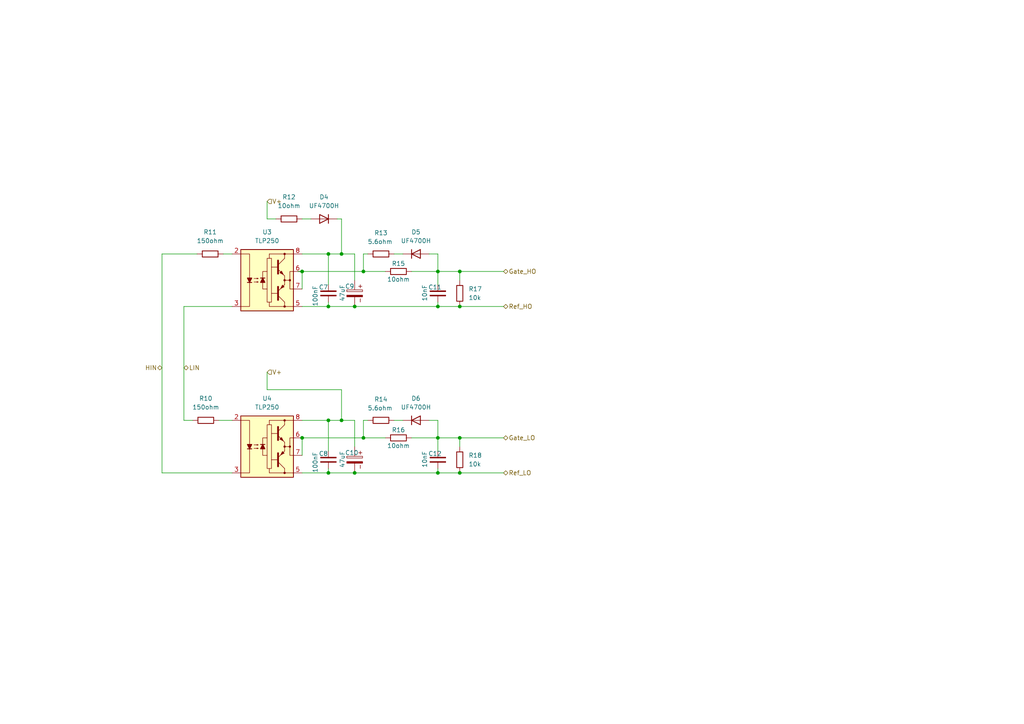
<source format=kicad_sch>
(kicad_sch (version 20250114) (generator "eeschema") (generator_version "9.0")
  (paper "A4")
  (lib_symbols
    (symbol "Device:D" (pin_numbers (hide yes)) (pin_names (offset 1.016) (hide yes))
      (property "Reference" "D" (at 0 2.54 0))
      (property "Value" "D" (at 0 -2.54 0))
      (symbol "D_0_1"
        (polyline (pts (xy -1.27 1.27) (xy -1.27 -1.27)) (stroke (width 0.254)))
        (polyline (pts (xy 1.27 1.27) (xy 1.27 -1.27) (xy -1.27 0) (xy 1.27 1.27)) (stroke (width 0.254)))
        (polyline (pts (xy 1.27 0) (xy -1.27 0)))
      )
      (symbol "D_1_1"
        (pin passive line (at -3.81 0 0) (length 2.54) (name "K") (number "1"))
        (pin passive line (at 3.81 0 180) (length 2.54) (name "A") (number "2"))
      )
    )
    (symbol "Diode:UF5400" (pin_numbers (hide yes)) (pin_names (hide yes))
      (property "Reference" "D" (at 0 2.54 0))
      (property "Value" "UF5400" (at 0 -2.54 0))
      (symbol "UF5400_0_1"
        (polyline (pts (xy -1.27 1.27) (xy -1.27 -1.27)) (stroke (width 0.254)))
        (polyline (pts (xy 1.27 1.27) (xy 1.27 -1.27) (xy -1.27 0) (xy 1.27 1.27)) (stroke (width 0.254)))
        (polyline (pts (xy 1.27 0) (xy -1.27 0)))
      )
      (symbol "UF5400_1_1"
        (pin passive line (at -3.81 0 0) (length 2.54) (name "K") (number "1"))
        (pin passive line (at 3.81 0 180) (length 2.54) (name "A") (number "2"))
      )
    )
    (symbol "Driver_FET:TLP250" (pin_names (hide yes))
      (property "Reference" "U" (at 0 12.7 0))
      (property "Value" "TLP250" (at 0 10.16 0))
      (symbol "TLP250_0_1"
        (rectangle (start -7.62 8.89) (end 7.62 -8.89) (stroke (width 0.254)) (fill (type background)))
        (polyline (pts (xy -7.62 7.62) (xy -5.08 7.62) (xy -5.08 -7.62) (xy -7.62 -7.62)))
        (polyline (pts (xy -5.715 -0.635) (xy -4.445 -0.635)) (stroke (width 0.254)))
        (polyline (pts (xy -5.08 -0.635) (xy -5.715 0.635) (xy -4.445 0.635) (xy -5.08 -0.635)) (stroke (width 0.254)) (fill (type outline)))
        (polyline (pts (xy -3.81 0.508) (xy -2.54 0.508) (xy -2.921 0.381) (xy -2.921 0.635) (xy -2.54 0.508)))
        (polyline (pts (xy -3.81 -0.508) (xy -2.54 -0.508) (xy -2.921 -0.635) (xy -2.921 -0.381) (xy -2.54 -0.508)))
        (polyline (pts (xy -1.27 0.635) (xy -1.27 2.54) (xy 0 2.54)))
        (polyline (pts (xy -1.27 0.635) (xy -0.635 -0.635) (xy -1.905 -0.635) (xy -1.27 0.635)) (stroke (width 0.254)) (fill (type outline)))
        (polyline (pts (xy -1.27 -0.635) (xy -1.27 -2.54) (xy 0 -2.54)))
        (polyline (pts (xy -0.635 0.635) (xy -1.905 0.635)) (stroke (width 0.254)))
        (rectangle (start 0.635 6.35) (end 0.635 7.62))
        (rectangle (start 0.635 6.35) (end 0.635 6.35))
        (polyline (pts (xy 0.635 -6.35) (xy 0.635 -7.62) (xy 7.62 -7.62)))
        (polyline (pts (xy 1.27 6.35) (xy 1.27 -6.35) (xy 0 -6.35) (xy 0 6.35) (xy 1.27 6.35)))
        (polyline (pts (xy 3.048 3.81) (xy 1.27 3.81)))
        (polyline (pts (xy 3.048 -3.81) (xy 1.27 -3.81)))
        (polyline (pts (xy 3.175 5.715) (xy 3.175 1.905) (xy 3.175 1.905)) (stroke (width 0.508)))
        (polyline (pts (xy 3.175 4.445) (xy 5.08 6.35)))
        (polyline (pts (xy 3.175 -4.445) (xy 5.08 -6.35)))
        (polyline (pts (xy 3.175 -5.715) (xy 3.175 -1.905) (xy 3.175 -1.905)) (stroke (width 0.508)))
        (polyline (pts (xy 3.683 2.159) (xy 4.191 2.667) (xy 4.699 1.651) (xy 3.683 2.159) (xy 3.683 2.159)) (fill (type outline)))
        (polyline (pts (xy 4.953 -1.905) (xy 4.445 -1.397) (xy 3.937 -2.413) (xy 4.953 -1.905) (xy 4.953 -1.905)) (fill (type outline)))
        (circle (center 5.08 7.62) (radius 0.254) (fill (type outline)))
        (polyline (pts (xy 5.08 6.35) (xy 5.08 7.62)))
        (polyline (pts (xy 5.08 1.27) (xy 3.175 3.175)) (fill (type outline)))
        (rectangle (start 5.08 1.27) (end 5.08 -1.27))
        (polyline (pts (xy 5.08 0) (xy 6.604 0)))
        (circle (center 5.08 0) (radius 0.254) (fill (type outline)))
        (polyline (pts (xy 5.08 -1.27) (xy 3.175 -3.175)) (fill (type outline)))
        (polyline (pts (xy 5.08 -6.35) (xy 5.08 -7.62)))
        (circle (center 5.08 -7.62) (radius 0.254) (fill (type outline)))
        (circle (center 6.604 0) (radius 0.254) (fill (type outline)))
        (polyline (pts (xy 7.62 7.62) (xy 0.635 7.62)))
        (polyline (pts (xy 7.62 2.54) (xy 6.604 2.54) (xy 6.604 -2.54) (xy 7.62 -2.54)))
      )
      (symbol "TLP250_1_1"
        (pin passive line (at -10.16 7.62 0) (length 2.54) (name "A") (number "2"))
        (pin passive line (at -10.16 -7.62 0) (length 2.54) (name "C") (number "3"))
        (pin no_connect line (at -7.62 2.54 0) (length 2.54) (hide yes) (name "NC") (number "1"))
        (pin no_connect line (at -7.62 -2.54 0) (length 2.54) (hide yes) (name "NC") (number "4"))
        (pin power_in line (at 10.16 7.62 180) (length 2.54) (name "VCC") (number "8"))
        (pin output line (at 10.16 2.54 180) (length 2.54) (name "VO") (number "6"))
        (pin output line (at 10.16 -2.54 180) (length 2.54) (name "VO") (number "7"))
        (pin power_in line (at 10.16 -7.62 180) (length 2.54) (name "VEE") (number "5"))
      )
    )
    (symbol "PCM_SL_Capacitors:100nF_Ceramic"
      (property "Reference" "C" (at 0 6.35 0))
      (property "Value" "100nF_Ceramic" (at 0 3.81 0))
      (symbol "100nF_Ceramic_0_1"
        (rectangle (start -0.762 2.286) (end -0.508 -2.286) (fill (type outline)))
        (rectangle (start 0.508 2.286) (end 0.762 -2.286) (fill (type outline)))
      )
      (symbol "100nF_Ceramic_1_1"
        (pin passive line (at -2.54 0 0) (length 2) (name "~") (number "1"))
        (pin input line (at 2.54 0 180) (length 2) (name "~") (number "2"))
      )
    )
    (symbol "PCM_SL_Capacitors:10nF_Ceramic"
      (property "Reference" "C" (at 0 6.35 0))
      (property "Value" "10nF_Ceramic" (at 0 3.81 0))
      (symbol "10nF_Ceramic_0_1"
        (rectangle (start -0.762 2.286) (end -0.508 -2.286) (fill (type outline)))
        (rectangle (start 0.508 2.286) (end 0.762 -2.286) (fill (type outline)))
      )
      (symbol "10nF_Ceramic_1_1"
        (pin passive line (at -2.54 0 0) (length 2) (name "~") (number "1"))
        (pin input line (at 2.54 0 180) (length 2) (name "~") (number "2"))
      )
    )
    (symbol "PCM_SL_Capacitors:47uF_25V"
      (property "Reference" "C" (at 0 7.62 0))
      (property "Value" "47uF_25V" (at 0 5.08 0))
      (symbol "47uF_25V_0_0"
        (text "+" (at -2.032 1.524 0) (effects (font (size 1.27 1.27))))
        (text "-" (at 2.032 1.524 0) (effects (font (size 1.27 1.27))))
      )
      (symbol "47uF_25V_0_1"
        (rectangle (start -1.016 -2.286) (end -0.508 2.286))
        (rectangle (start 0.508 -2.286) (end 1.016 2.286) (fill (type outline)))
      )
      (symbol "47uF_25V_1_1"
        (pin passive line (at -3.81 0 0) (length 2.7) (name "~") (number "1"))
        (pin input line (at 3.81 0 180) (length 2.7) (name "~") (number "2"))
      )
    )
    (symbol "PCM_SL_Resistors:10k"
      (property "Reference" "R" (at 0 5.08 0))
      (property "Value" "10k" (at 0 2.54 0))
      (symbol "10k_0_1"
        (rectangle (start -2.286 0.889) (end 2.286 -0.889) (stroke (width 0.24)))
      )
      (symbol "10k_1_1"
        (pin passive line (at -3.81 0 0) (length 1.5) (name "") (number "1"))
        (pin passive line (at 3.81 0 180) (length 1.5) (name "~") (number "2"))
      )
    )
    (symbol "PCM_SL_Resistors:150ohm"
      (property "Reference" "R" (at 0 5.08 0))
      (property "Value" "150ohm" (at 0 2.54 0))
      (symbol "150ohm_0_1"
        (rectangle (start -2.286 0.889) (end 2.286 -0.889) (stroke (width 0.24)))
      )
      (symbol "150ohm_1_1"
        (pin passive line (at -3.81 0 0) (length 1.5) (name "") (number "1"))
        (pin passive line (at 3.81 0 180) (length 1.5) (name "~") (number "2"))
      )
    )
    (symbol "PCM_SL_Resistors:Resistor"
      (property "Reference" "R" (at 0 5.08 0))
      (property "Value" "Resistor" (at 0 2.54 0))
      (symbol "Resistor_0_1"
        (rectangle (start -2.286 0.889) (end 2.286 -0.889) (stroke (width 0.24)))
      )
      (symbol "Resistor_1_1"
        (pin passive line (at -3.81 0 0) (length 1.5) (name "") (number "1"))
        (pin passive line (at 3.81 0 180) (length 1.5) (name "~") (number "2"))
      )
    )
  )
  (junction (at 95.25 88.9))
  (junction (at 99.06 121.92))
  (junction (at 95.25 121.92))
  (junction (at 99.06 73.66))
  (junction (at 133.35 78.74))
  (junction (at 95.25 73.66))
  (junction (at 127 88.9))
  (junction (at 133.35 137.16))
  (junction (at 133.35 127))
  (junction (at 102.87 88.9))
  (junction (at 105.41 127))
  (junction (at 127 78.74))
  (junction (at 87.63 127))
  (junction (at 95.25 137.16))
  (junction (at 105.41 78.74))
  (junction (at 87.63 78.74))
  (junction (at 127 137.16))
  (junction (at 102.87 137.16))
  (junction (at 133.35 88.9))
  (junction (at 127 127))
  (wire (pts (xy 87.63 88.9) (xy 95.25 88.9)))
  (wire (pts (xy 95.25 121.92) (xy 99.06 121.92)))
  (wire (pts (xy 95.25 73.66) (xy 95.25 82.55)))
  (wire (pts (xy 64.77 73.66) (xy 67.31 73.66)))
  (wire (pts (xy 127 135.89) (xy 127 137.16)))
  (wire (pts (xy 127 127) (xy 127 121.92)))
  (wire (pts (xy 63.5 121.92) (xy 67.31 121.92)))
  (wire (pts (xy 102.87 88.9) (xy 127 88.9)))
  (wire (pts (xy 87.63 121.92) (xy 95.25 121.92)))
  (wire (pts (xy 102.87 129.54) (xy 102.87 121.92)))
  (wire (pts (xy 77.47 63.5) (xy 80.01 63.5)))
  (wire (pts (xy 97.79 63.5) (xy 99.06 63.5)))
  (wire (pts (xy 77.47 107.95) (xy 77.47 113.03)))
  (wire (pts (xy 87.63 78.74) (xy 87.63 83.82)))
  (wire (pts (xy 95.25 121.92) (xy 95.25 130.81)))
  (wire (pts (xy 99.06 73.66) (xy 95.25 73.66)))
  (wire (pts (xy 102.87 137.16) (xy 127 137.16)))
  (wire (pts (xy 114.3 73.66) (xy 116.84 73.66)))
  (wire (pts (xy 146.05 78.74) (xy 133.35 78.74)))
  (wire (pts (xy 46.99 137.16) (xy 67.31 137.16)))
  (wire (pts (xy 146.05 137.16) (xy 133.35 137.16)))
  (wire (pts (xy 99.06 63.5) (xy 99.06 73.66)))
  (wire (pts (xy 127 78.74) (xy 133.35 78.74)))
  (wire (pts (xy 119.38 127) (xy 127 127)))
  (wire (pts (xy 99.06 121.92) (xy 102.87 121.92)))
  (wire (pts (xy 46.99 73.66) (xy 46.99 137.16)))
  (wire (pts (xy 146.05 88.9) (xy 133.35 88.9)))
  (wire (pts (xy 95.25 87.63) (xy 95.25 88.9)))
  (wire (pts (xy 127 127) (xy 127 130.81)))
  (wire (pts (xy 127 137.16) (xy 133.35 137.16)))
  (wire (pts (xy 127 87.63) (xy 127 88.9)))
  (wire (pts (xy 99.06 121.92) (xy 99.06 113.03)))
  (wire (pts (xy 95.25 137.16) (xy 102.87 137.16)))
  (wire (pts (xy 106.68 121.92) (xy 105.41 121.92)))
  (wire (pts (xy 87.63 137.16) (xy 95.25 137.16)))
  (wire (pts (xy 119.38 78.74) (xy 127 78.74)))
  (wire (pts (xy 87.63 63.5) (xy 90.17 63.5)))
  (wire (pts (xy 127 88.9) (xy 133.35 88.9)))
  (wire (pts (xy 67.31 88.9) (xy 53.34 88.9)))
  (wire (pts (xy 127 78.74) (xy 127 73.66)))
  (wire (pts (xy 99.06 113.03) (xy 77.47 113.03)))
  (wire (pts (xy 127 127) (xy 133.35 127)))
  (wire (pts (xy 146.05 127) (xy 133.35 127)))
  (wire (pts (xy 95.25 88.9) (xy 102.87 88.9)))
  (wire (pts (xy 127 121.92) (xy 124.46 121.92)))
  (wire (pts (xy 57.15 73.66) (xy 46.99 73.66)))
  (wire (pts (xy 105.41 127) (xy 111.76 127)))
  (wire (pts (xy 87.63 127) (xy 87.63 132.08)))
  (wire (pts (xy 77.47 58.42) (xy 77.47 63.5)))
  (wire (pts (xy 87.63 78.74) (xy 105.41 78.74)))
  (wire (pts (xy 106.68 73.66) (xy 105.41 73.66)))
  (wire (pts (xy 102.87 73.66) (xy 99.06 73.66)))
  (wire (pts (xy 114.3 121.92) (xy 116.84 121.92)))
  (wire (pts (xy 127 78.74) (xy 127 82.55)))
  (wire (pts (xy 133.35 127) (xy 133.35 129.54)))
  (wire (pts (xy 95.25 135.89) (xy 95.25 137.16)))
  (wire (pts (xy 87.63 127) (xy 105.41 127)))
  (wire (pts (xy 53.34 121.92) (xy 55.88 121.92)))
  (wire (pts (xy 133.35 78.74) (xy 133.35 81.28)))
  (wire (pts (xy 105.41 121.92) (xy 105.41 127)))
  (wire (pts (xy 53.34 88.9) (xy 53.34 121.92)))
  (wire (pts (xy 127 73.66) (xy 124.46 73.66)))
  (wire (pts (xy 105.41 73.66) (xy 105.41 78.74)))
  (wire (pts (xy 102.87 81.28) (xy 102.87 73.66)))
  (wire (pts (xy 87.63 73.66) (xy 95.25 73.66)))
  (wire (pts (xy 105.41 78.74) (xy 111.76 78.74)))
  (wire (pts (xy 86.36 78.74) (xy 87.63 78.74)))
  (hierarchical_label "HIN" (shape bidirectional) (at 46.99 106.68 180))
  (hierarchical_label "Ref_LO" (shape bidirectional) (at 146.05 137.16 0))
  (hierarchical_label "LIN" (shape bidirectional) (at 53.34 106.68 0))
  (hierarchical_label "Ref_HO" (shape bidirectional) (at 146.05 88.9 0))
  (hierarchical_label "Gate_LO" (shape bidirectional) (at 146.05 127 0))
  (hierarchical_label "V+" (shape input) (at 77.47 58.42 0))
  (hierarchical_label "V+" (shape input) (at 77.47 107.95 0))
  (hierarchical_label "Gate_HO" (shape bidirectional) (at 146.05 78.74 0))
  (symbol (lib_id "PCM_SL_Resistors:10k") (at 133.35 85.09 90) (unit 1)
    (property "Reference" "R8" (at 135.89 83.8199 90) (effects (justify right)))
    (property "Value" "10k" (at 135.89 86.3599 90) (effects (justify right)))
    (property "Footprint" "Resistor_THT:R_Axial_DIN0207_L6.3mm_D2.5mm_P7.62mm_Horizontal" (effects (hide yes)))
    (property "Description" "10kΩ, 1/4W Resistor" (effects (hide yes)))
    (instances (project "gate_driver" (path "" (reference "R17") (unit 1)) (path "" (reference "R8") (unit 1)) (path "" (reference "R26") (unit 1))))
  )
  (symbol (lib_id "PCM_SL_Capacitors:10nF_Ceramic") (at 127 133.35 90) (unit 1)
    (property "Reference" "C6" (at 124.206 131.572 90) (effects (justify right)))
    (property "Value" "10nF" (at 123.19 130.81 0) (effects (justify right)))
    (property "Footprint" "Capacitor_THT:C_Disc_D5.0mm_W2.5mm_P2.50mm" (effects (hide yes)))
    (property "Description" "10nF Ceramic Capacitor" (effects (hide yes)))
    (instances (project "gate_driver" (path "" (reference "C12") (unit 1)) (path "" (reference "C6") (unit 1)) (path "" (reference "C18") (unit 1))))
  )
  (symbol (lib_id "Diode:UF5400") (at 120.65 121.92 0) (unit 1)
    (property "Reference" "D3" (at 120.65 115.57 0))
    (property "Value" "UF4700H" (at 120.65 118.11 0))
    (property "Footprint" "Diode_THT:D_A-405_P7.62mm_Horizontal" (effects (hide yes)))
    (property "Datasheet" "http://www.vishay.com/docs/88756/uf5400.pdf" (effects (hide yes)))
    (property "Description" "50V 3A Soft Recovery Ultrafast Rectifier Diode, DO-201AD" (effects (hide yes)))
    (property "Sim.Device" "D" (effects (hide yes)))
    (property "Sim.Pins" "1=K 2=A" (effects (hide yes)))
    (instances (project "gate_driver" (path "" (reference "D6") (unit 1)) (path "" (reference "D3") (unit 1)) (path "" (reference "D9") (unit 1))))
  )
  (symbol (lib_id "PCM_SL_Resistors:10k") (at 133.35 133.35 90) (unit 1)
    (property "Reference" "R9" (at 135.89 132.0799 90) (effects (justify right)))
    (property "Value" "10k" (at 135.89 134.6199 90) (effects (justify right)))
    (property "Footprint" "Resistor_THT:R_Axial_DIN0207_L6.3mm_D2.5mm_P7.62mm_Horizontal" (effects (hide yes)))
    (property "Description" "10kΩ, 1/4W Resistor" (effects (hide yes)))
    (instances (project "gate_driver" (path "" (reference "R18") (unit 1)) (path "" (reference "R9") (unit 1)) (path "" (reference "R27") (unit 1))))
  )
  (symbol (lib_id "Diode:UF5400") (at 120.65 73.66 0) (unit 1)
    (property "Reference" "D2" (at 120.65 67.31 0))
    (property "Value" "UF4700H" (at 120.65 69.85 0))
    (property "Footprint" "Diode_THT:D_A-405_P7.62mm_Horizontal" (effects (hide yes)))
    (property "Datasheet" "http://www.vishay.com/docs/88756/uf5400.pdf" (effects (hide yes)))
    (property "Description" "50V 3A Soft Recovery Ultrafast Rectifier Diode, DO-201AD" (effects (hide yes)))
    (property "Sim.Device" "D" (effects (hide yes)))
    (property "Sim.Pins" "1=K 2=A" (effects (hide yes)))
    (instances (project "gate_driver" (path "" (reference "D5") (unit 1)) (path "" (reference "D2") (unit 1)) (path "" (reference "D8") (unit 1))))
  )
  (symbol (lib_id "PCM_SL_Capacitors:10nF_Ceramic") (at 127 85.09 90) (unit 1)
    (property "Reference" "C5" (at 124.206 83.312 90) (effects (justify right)))
    (property "Value" "10nF" (at 123.19 82.55 0) (effects (justify right)))
    (property "Footprint" "Capacitor_THT:C_Disc_D5.0mm_W2.5mm_P2.50mm" (effects (hide yes)))
    (property "Description" "10nF Ceramic Capacitor" (effects (hide yes)))
    (instances (project "gate_driver" (path "" (reference "C11") (unit 1)) (path "" (reference "C5") (unit 1)) (path "" (reference "C17") (unit 1))))
  )
  (symbol (lib_id "PCM_SL_Resistors:Resistor") (at 83.82 63.5 0) (unit 1)
    (property "Reference" "R3" (at 83.82 57.15 0))
    (property "Value" "10ohm" (at 83.82 59.69 0))
    (property "Footprint" "Resistor_THT:R_Axial_DIN0207_L6.3mm_D2.5mm_P7.62mm_Horizontal" (effects (hide yes)))
    (property "Description" "1/4W Resistor" (effects (hide yes)))
    (instances (project "gate_driver" (path "" (reference "R12") (unit 1)) (path "" (reference "R3") (unit 1)) (path "" (reference "R21") (unit 1))))
  )
  (symbol (lib_id "PCM_SL_Capacitors:100nF_Ceramic") (at 95.25 85.09 90) (unit 1)
    (property "Reference" "C1" (at 92.456 83.312 90) (effects (justify right)))
    (property "Value" "100nF" (at 91.44 82.804 0) (effects (justify right)))
    (property "Footprint" "Capacitor_THT:C_Disc_D5.0mm_W2.5mm_P2.50mm" (effects (hide yes)))
    (property "Description" "100nF Ceramic Capacitor" (effects (hide yes)))
    (instances (project "gate_driver" (path "" (reference "C7") (unit 1)) (path "" (reference "C1") (unit 1)) (path "" (reference "C13") (unit 1))))
  )
  (symbol (lib_id "PCM_SL_Capacitors:47uF_25V") (at 102.87 133.35 270) (unit 1)
    (property "Reference" "C4" (at 100.076 131.318 90) (effects (justify left)))
    (property "Value" "47uF" (at 99.314 130.81 0) (effects (justify left)))
    (property "Footprint" "Capacitor_THT:C_Radial_D6.3mm_H11.0mm_P2.50mm" (effects (hide yes)))
    (property "Description" "47uF, 25V Electrolytic Capacitor" (effects (hide yes)))
    (instances (project "gate_driver" (path "" (reference "C10") (unit 1)) (path "" (reference "C4") (unit 1)) (path "" (reference "C16") (unit 1))))
  )
  (symbol (lib_id "PCM_SL_Resistors:Resistor") (at 110.49 73.66 0) (unit 1)
    (property "Reference" "R4" (at 110.49 67.564 0))
    (property "Value" "5.6ohm" (at 110.236 70.104 0))
    (property "Footprint" "Resistor_THT:R_Axial_DIN0207_L6.3mm_D2.5mm_P7.62mm_Horizontal" (effects (hide yes)))
    (property "Description" "1/4W Resistor" (effects (hide yes)))
    (instances (project "gate_driver" (path "" (reference "R13") (unit 1)) (path "" (reference "R4") (unit 1)) (path "" (reference "R22") (unit 1))))
  )
  (symbol (lib_id "PCM_SL_Resistors:150ohm") (at 59.69 121.92 0) (unit 1)
    (property "Reference" "R1" (at 59.69 115.57 0))
    (property "Value" "150ohm" (at 59.69 118.11 0))
    (property "Footprint" "Resistor_THT:R_Axial_DIN0207_L6.3mm_D2.5mm_P7.62mm_Horizontal" (effects (hide yes)))
    (property "Description" "150Ω, 1/4W Resistor" (effects (hide yes)))
    (instances (project "gate_driver" (path "" (reference "R10") (unit 1)) (path "" (reference "R1") (unit 1)) (path "" (reference "R19") (unit 1))))
  )
  (symbol (lib_id "PCM_SL_Resistors:150ohm") (at 60.96 73.66 180) (unit 1)
    (property "Reference" "R2" (at 60.96 67.31 0))
    (property "Value" "150ohm" (at 60.96 69.85 0))
    (property "Footprint" "Resistor_THT:R_Axial_DIN0207_L6.3mm_D2.5mm_P7.62mm_Horizontal" (effects (hide yes)))
    (property "Description" "150Ω, 1/4W Resistor" (effects (hide yes)))
    (instances (project "gate_driver" (path "" (reference "R11") (unit 1)) (path "" (reference "R2") (unit 1)) (path "" (reference "R20") (unit 1))))
  )
  (symbol (lib_id "Driver_FET:TLP250") (at 77.47 129.54 0) (unit 1)
    (property "Reference" "U2" (at 77.47 115.57 0))
    (property "Value" "TLP250" (at 77.47 118.11 0))
    (property "Footprint" "Package_DIP:DIP-8_W7.62mm" (effects (hide yes)))
    (property "Datasheet" "http://toshiba.semicon-storage.com/info/docget.jsp?did=16821&prodName=TLP250" (effects (hide yes)))
    (property "Description" "Gate Drive Optocoupler, Output Current 1.5/1.5A, DIP-8" (effects (hide yes)))
    (instances (project "gate_driver" (path "" (reference "U4") (unit 1)) (path "" (reference "U2") (unit 1)) (path "" (reference "U6") (unit 1))))
  )
  (symbol (lib_id "Device:D") (at 93.98 63.5 180) (unit 1)
    (property "Reference" "D1" (at 93.98 57.15 0))
    (property "Value" "UF4700H" (at 93.98 59.69 0))
    (property "Footprint" "Diode_THT:D_A-405_P7.62mm_Horizontal" (effects (hide yes)))
    (property "Description" "Diode" (effects (hide yes)))
    (property "Sim.Device" "D" (effects (hide yes)))
    (property "Sim.Pins" "1=K 2=A" (effects (hide yes)))
    (instances (project "gate_driver" (path "" (reference "D4") (unit 1)) (path "" (reference "D1") (unit 1)) (path "" (reference "D7") (unit 1))))
  )
  (symbol (lib_id "PCM_SL_Resistors:Resistor") (at 115.57 127 0) (unit 1)
    (property "Reference" "R7" (at 115.57 124.714 0))
    (property "Value" "10ohm" (at 115.57 129.286 0))
    (property "Footprint" "Resistor_THT:R_Axial_DIN0207_L6.3mm_D2.5mm_P7.62mm_Horizontal" (effects (hide yes)))
    (property "Description" "1/4W Resistor" (effects (hide yes)))
    (instances (project "gate_driver" (path "" (reference "R16") (unit 1)) (path "" (reference "R7") (unit 1)) (path "" (reference "R25") (unit 1))))
  )
  (symbol (lib_id "PCM_SL_Capacitors:47uF_25V") (at 102.87 85.09 270) (unit 1)
    (property "Reference" "C3" (at 100.076 83.058 90) (effects (justify left)))
    (property "Value" "47uF" (at 99.314 82.55 0) (effects (justify left)))
    (property "Footprint" "Capacitor_THT:C_Radial_D6.3mm_H11.0mm_P2.50mm" (effects (hide yes)))
    (property "Description" "47uF, 25V Electrolytic Capacitor" (effects (hide yes)))
    (instances (project "gate_driver" (path "" (reference "C9") (unit 1)) (path "" (reference "C3") (unit 1)) (path "" (reference "C15") (unit 1))))
  )
  (symbol (lib_id "PCM_SL_Capacitors:100nF_Ceramic") (at 95.25 133.35 90) (unit 1)
    (property "Reference" "C2" (at 92.456 131.572 90) (effects (justify right)))
    (property "Value" "100nF" (at 91.44 131.064 0) (effects (justify right)))
    (property "Footprint" "Capacitor_THT:C_Disc_D5.0mm_W2.5mm_P2.50mm" (effects (hide yes)))
    (property "Description" "100nF Ceramic Capacitor" (effects (hide yes)))
    (instances (project "gate_driver" (path "" (reference "C8") (unit 1)) (path "" (reference "C2") (unit 1)) (path "" (reference "C14") (unit 1))))
  )
  (symbol (lib_id "Driver_FET:TLP250") (at 77.47 81.28 0) (unit 1)
    (property "Reference" "U1" (at 77.47 67.31 0))
    (property "Value" "TLP250" (at 77.47 69.85 0))
    (property "Footprint" "Package_DIP:DIP-8_W7.62mm" (effects (hide yes)))
    (property "Datasheet" "http://toshiba.semicon-storage.com/info/docget.jsp?did=16821&prodName=TLP250" (effects (hide yes)))
    (property "Description" "Gate Drive Optocoupler, Output Current 1.5/1.5A, DIP-8" (effects (hide yes)))
    (instances (project "gate_driver" (path "" (reference "U3") (unit 1)) (path "" (reference "U1") (unit 1)) (path "" (reference "U5") (unit 1))))
  )
  (symbol (lib_id "PCM_SL_Resistors:Resistor") (at 110.49 121.92 0) (unit 1)
    (property "Reference" "R5" (at 110.49 115.824 0))
    (property "Value" "5.6ohm" (at 110.236 118.364 0))
    (property "Footprint" "Resistor_THT:R_Axial_DIN0207_L6.3mm_D2.5mm_P7.62mm_Horizontal" (effects (hide yes)))
    (property "Description" "1/4W Resistor" (effects (hide yes)))
    (instances (project "gate_driver" (path "" (reference "R14") (unit 1)) (path "" (reference "R5") (unit 1)) (path "" (reference "R23") (unit 1))))
  )
  (symbol (lib_id "PCM_SL_Resistors:Resistor") (at 115.57 78.74 0) (unit 1)
    (property "Reference" "R6" (at 115.57 76.454 0))
    (property "Value" "10ohm" (at 115.57 81.026 0))
    (property "Footprint" "Resistor_THT:R_Axial_DIN0207_L6.3mm_D2.5mm_P7.62mm_Horizontal" (effects (hide yes)))
    (property "Description" "1/4W Resistor" (effects (hide yes)))
    (instances (project "gate_driver" (path "" (reference "R15") (unit 1)) (path "" (reference "R6") (unit 1)) (path "" (reference "R24") (unit 1))))
  )
)
</source>
